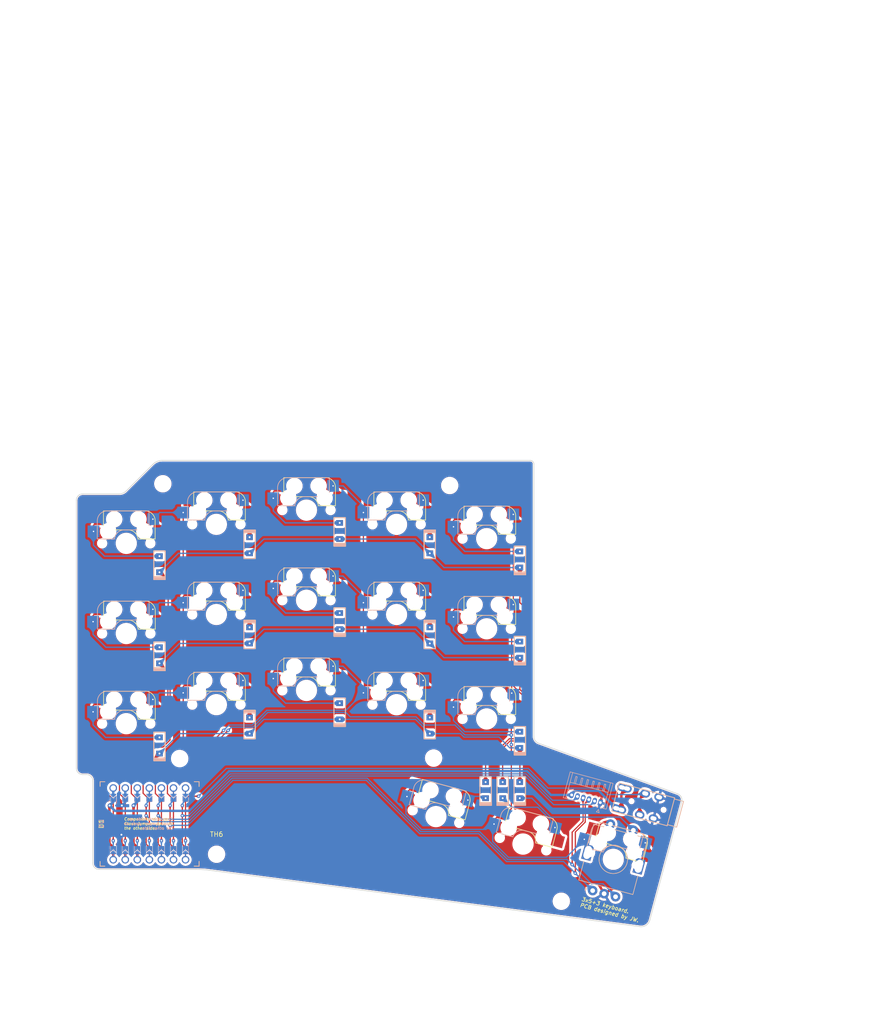
<source format=kicad_pcb>
(kicad_pcb (version 20221018) (generator pcbnew)
  (layers (0 "F.Cu" signal) (31 "B.Cu" signal) (34 "B.Paste" user) (35 "F.Paste" user) (36 "B.SilkS" user "B.Silkscreen") (37 "F.SilkS" user "F.Silkscreen") (38 "B.Mask" user) (39 "F.Mask" user) (44 "Edge.Cuts" user))
  (net 0 "")
  (net 1 "row0")
  (net 2 "row1")
  (net 3 "row2")
  (net 4 "Net-(D1-A)")
  (net 5 "Net-(D3-A)")
  (net 6 "Net-(D5-A)")
  (net 7 "GND")
  (net 8 "col0")
  (net 9 "col1")
  (net 10 "col2")
  (net 11 "DATA")
  (net 12 "Net-(D2-K)")
  (net 13 "Net-(D4-K)")
  (net 14 "Net-(D16-K)")
  (net 15 "MISO")
  (net 16 "sw_row")
  (net 17 "NCS")
  (net 18 "VDD_5V")
  (net 19 "VCC")
  (net 20 "Net-(D12-K)")
  (net 21 "Net-(D13-A)")
  (net 22 "Net-(D15-A)")
  (net 23 "Net-(D11-A)")
  (net 24 "Net-(D14-K)")
  (net 25 "Net-(D6-A)")
  (net 26 "Net-(D7-K)")
  (net 27 "Net-(D8-A)")
  (net 28 "Net-(D9-K)")
  (net 29 "Net-(D10-A)")
  (net 30 "Net-(D17-K)")
  (net 31 "SCLK_ENCA")
  (net 32 "MOSI_ENCB")
  (footprint "jw_custom_footprint:CherryMX_Hotswap" (layer "F.Cu") (at 118.38128 108.408188)
    (fp_text reference "SW12" hide)
    (fp_text value "SW12")
  )
  (footprint "jw_custom_footprint:CherryMX_Hotswap" (layer "F.Cu") (at 118.38128 89.408588)
    (fp_text reference "SW7" hide)
    (fp_text value "SW7")
  )
  (footprint "jw_custom_footprint:RotaryEncoder_Alps_EC11E-Switch_Vertical_H20mm" (layer "F.Cu") (at 202.082166 140.9997 165)
    (fp_text reference "EC1" hide)
    (fp_text value "Rotary_Encoder_Switch")
  )
  (footprint "MountingHole:MountingHole_3.2mm_M3" (layer "F.Cu") (at 167.582107 62.220344)
    (fp_text reference "TH1" hide)
    (fp_text value "HOLE")
  )
  (footprint "jw_custom_footprint:Diode_SOD123_THT_2" (layer "F.Cu") (at 163.38088 93.808388 -90)
    (fp_text reference "D9")
    (fp_text value "Diode")
  )
  (footprint "jw_custom_footprint:Diode_SOD123_THT_2" (layer "F.Cu") (at 182.380578 115.808788 90)
    (fp_text reference "D15")
    (fp_text value "Diode")
  )
  (footprint "jw_custom_footprint:Diode_SOD123_THT_2" (layer "F.Cu") (at 144.38068 71.798228 90)
    (fp_text reference "D3")
    (fp_text value "Diode")
  )
  (footprint "jw_custom_footprint:Diode_SOD123_THT_2" (layer "F.Cu") (at 182.380578 96.808788 90)
    (fp_text reference "D10")
    (fp_text value "Diode")
  )
  (footprint "jw_custom_footprint:CherryMX_Hotswap" (layer "F.Cu") (at 164.679315 131.988933 -15)
    (fp_text reference "SW16" hide)
    (fp_text value "SW16" hide)
  )
  (footprint "jw_custom_footprint:CherryMX_Hotswap" (layer "F.Cu") (at 99.38108 93.407988)
    (fp_text reference "SW6" hide)
    (fp_text value "SW6")
  )
  (footprint "MountingHole:MountingHole_3.2mm_M3" (layer "F.Cu") (at 164.191152 119.658794)
    (fp_text reference "TH4" hide)
    (fp_text value "HOLE")
  )
  (footprint "jw_custom_footprint:Diode_SOD123_THT_2" (layer "F.Cu") (at 182.352152 126.419794 90)
    (fp_text reference "D18")
    (fp_text value "Diode" hide)
  )
  (footprint "MountingHole:MountingHole_3.2mm_M3" (layer "F.Cu") (at 110.647952 119.763194)
    (fp_text reference "TH3" hide)
    (fp_text value "HOLE" hide)
  )
  (footprint "jw_custom_footprint:CherryMX_Hotswap" (layer "F.Cu") (at 183.04129 137.783867 -15)
    (fp_text reference "SW17" hide)
    (fp_text value "SW17" hide)
  )
  (footprint "jw_custom_footprint:CherryMX_Hotswap" (layer "F.Cu") (at 137.38068 105.398388)
    (fp_text reference "SW13" hide)
    (fp_text value "SW13")
  )
  (footprint "MountingHole:MountingHole_3.2mm_M3" (layer "F.Cu") (at 191.115152 149.836794)
    (fp_text reference "TH5" hide)
    (fp_text value "HOLE")
  )
  (footprint "jw_custom_footprint:Diode_SOD123_THT_2" (layer "F.Cu") (at 125.38128 93.808588 -90)
    (fp_text reference "D7")
    (fp_text value "Diode")
  )
  (footprint "jw_custom_footprint:CherryMX_Hotswap" (layer "F.Cu") (at 156.38088 70.408428)
    (fp_text reference "SW4" hide)
    (fp_text value "SW4")
  )
  (footprint "jw_custom_footprint:CherryMX_Hotswap" (layer "F.Cu") (at 118.38128 70.408988)
    (fp_text reference "SW2" hide)
    (fp_text value "SW2" hide)
  )
  (footprint "jw_custom_footprint:Diode_SOD123_THT_2" (layer "F.Cu") (at 175.152152 126.419794 90)
    (fp_text reference "D16")
    (fp_text value "Diode" hide)
  )
  (footprint "jw_custom_footprint:Diode_SOD123_THT_2" (layer "F.Cu") (at 163.38088 74.808428 -90)
    (fp_text reference "D4")
    (fp_text value "Diode")
  )
  (footprint "jw_custom_footprint:CherryMX_Hotswap" (layer "F.Cu") (at 175.380578 73.408988)
    (fp_text reference "SW5" hide)
    (fp_text value "SW5")
  )
  (footprint "jw_custom_footprint:Diode_SOD123_THT_2" (layer "F.Cu") (at 144.38068 109.798388 90)
    (fp_text reference "D13")
    (fp_text value "Diode")
  )
  (footprint "jw_custom_footprint:Diode_SOD123_THT_2" (layer "F.Cu") (at 125.38128 112.808188 -90)
    (fp_text reference "D12")
    (fp_text value "Diode")
  )
  (footprint "jw_custom_footprint:Diode_SOD123_THT_2" (layer "F.Cu") (at 144.38068 90.798188 90)
    (fp_text reference "D8")
    (fp_text value "Diode")
  )
  (footprint "jw_custom_footprint:Diode_SOD123_THT_2" (layer "F.Cu") (at 106.38108 98.007988 90)
    (fp_text reference "D6")
    (fp_text value "Diode")
  )
  (footprint "jw_custom_footprint:CherryMX_Hotswap" (layer "F.Cu") (at 156.38088 108.408788)
    (fp_text reference "SW14" hide)
    (fp_text value "SW14")
  )
  (footprint "jw_custom_footprint:TRRS-PJ-DPB2_mod" (layer "F.Cu") (at 214.229152 130.989994 -105)
    (fp_text reference "J1")
    (fp_text value "4PIN" hide)
  )
  (footprint "jw_custom_footprint:Diode_SOD123_THT_2" (layer "F.Cu") (at 106.38108 78.807588 90)
    (fp_text reference "D1")
    (fp_text value "Diode")
  )
  (footprint "jw_custom_footprint:Diode_SOD123_THT_2" (layer "F.Cu") (at 178.752152 126.419794 90)
    (fp_text reference "D17")
    (fp_text value "Diode" hide)
  )
  (footprint "jw_custom_footprint:CherryMX_Hotswap" (layer "F.Cu") (at 202.082166 140.9997 -15)
    (fp_text reference "SW18" hide)
    (fp_text value "SW18" hide)
  )
  (footprint "jw_custom_footprint:CherryMX_Hotswap" (layer "F.Cu") (at 175.380578 111.408788)
    (fp_text reference "SW15" hide)
    (fp_text value "SW15")
  )
  (footprint "jw_custom_footprint:CherryMX_Hotswap" (layer "F.Cu") (at 156.38088 89.408388)
    (fp_text reference "SW9" hide)
    (fp_text value "SW9")
  )
  (footprint "jw_custom_footprint:Diode_SOD123_THT_2" (layer "F.Cu") (at 163.38088 112.808788 -90)
    (fp_text reference "D14")
    (fp_text value "Diode")
  )
  (footprint "jw_custom_footprint:Diode_SOD123_THT_2" (layer "F.Cu") (at 182.380578 77.808988 90)
    (fp_text reference "D5")
    (fp_text value "Diode")
  )
  (footprint "jw_custom_footprint:Diode_SOD123_THT_2" (layer "F.Cu") (at 106.38108 117.008388 90)
    (fp_text reference "D11")
    (fp_text value "Diode")
  )
  (footprint "MountingHole:MountingHole_3.2mm_M3" (layer "F.Cu") (at 118.420352 139.930794)
    (fp_text reference "TH6")
    (fp_text value "HOLE")
  )
  (footprint "jw_custom_footprint:CherryMX_Hotswap" (layer "F.Cu") (at 175.380578 92.408788)
    (fp_text reference "SW10" hide)
    (fp_text value "SW10")
  )
  (footprint "jw_custom_footprint:CherryMX_Hotswap" (layer "F.Cu") (at 137.38068 67.398228)
    (fp_text reference "SW3" hide)
    (fp_text value "SW3")
  )
  (footprint "MountingHole:MountingHole_3.2mm_M3" (layer "F.Cu") (at 107.091952 61.851194)
    (fp_text reference "TH2" hide)
    (fp_text value "HOLE")
  )
  (footprint "jw_custom_footprint:CherryMX_Hotswap" (layer "F.Cu") (at 137.38068 86.398188)
    (fp_text reference "SW8" hide)
    (fp_text value "SW8")
  )
  (footprint "jw_custom_footprint:Diode_SOD123_THT_2" (layer "F.Cu") (at 125.38128 74.808988 -90)
    (fp_text reference "D2")
    (fp_text value "Diode")
  )
  (footprint "jw_custom_footprint:CherryMX_Hotswap" (layer "F.Cu") (at 99.38108 112.408388)
    (fp_text reference "SW11" hide)
    (fp_text value "SW11")
  )
  (footprint "jw_custom_footprint:CherryMX_Hotswap" (layer "B.Cu") (at 99.38108 74.407588 180)
    (fp_text reference "SW1" hide)
    (fp_text value "SW1" hide)
  )
  (footprint "jw_custom_footprint:Xiao THT jumper pad_flipped" (layer "B.Cu") (at 104.089952 133.539394 -90)
    (fp_text reference "U1")
    (fp_text value "SeeeduinoXIAO")
  )
  (footprint "Connector_Hirose:Hirose_DF13-06P-1.25DS_1x06_P1.25mm_Horizontal" (layer "B.Cu") (at 199.336588 129.051613 165)
    (fp_text reference "J2" hide)
    (fp_text value "Conn_01x06_Female")
  )
  (gr_arc (start 88.854752 65.344394) (mid 89.243402 64.385602) (end 90.200952 63.993828) (stroke (width 0.15)) (layer "Edge.Cuts"))
  (gr_arc (start 105.009152 57.736394) (mid 105.920084 57.13907) (end 106.990352 56.936294) (stroke (width 0.15)) (layer "Edge.Cuts"))
  (gr_line (start 207.675952 155.170794) (end 116.817448 143.283594) (stroke (width 0.15)) (layer "Edge.Cuts"))
  (gr_line (start 184.548947 56.936294) (end 106.990352 56.936294) (stroke (width 0.15)) (layer "Edge.Cuts"))
  (gr_arc (start 215.702352 127.230794) (mid 216.384386 127.845789) (end 216.515152 128.754794) (stroke (width 0.15)) (layer "Edge.Cuts"))
  (gr_line (start 105.009152 57.736394) (end 99.355452 63.379194) (stroke (width 0.15)) (layer "Edge.Cuts"))
  (gr_arc (start 114.125048 143.131194) (mid 115.473952 143.159628) (end 116.817448 143.283594) (stroke (width 0.15)) (layer "Edge.Cuts"))
  (gr_arc (start 90.226352 123.129624) (mid 89.2557 122.755507) (end 88.855791 121.795194) (stroke (width 0.15)) (layer "Edge.Cuts"))
  (gr_line (start 209.784152 153.773794) (end 216.515152 128.754794) (stroke (width 0.15)) (layer "Edge.Cuts"))
  (gr_line (start 90.200952 63.993828) (end 97.831452 63.993828) (stroke (width 0.15)) (layer "Edge.Cuts"))
  (gr_line (start 92.335571 124.515896) (end 92.335571 141.759594) (stroke (width 0.15)) (layer "Edge.Cuts"))
  (gr_arc (start 186.390752 116.562794) (mid 185.610779 115.996067) (end 185.320614 115.076642) (stroke (width 0.15)) (layer "Edge.Cuts"))
  (gr_line (start 114.125048 143.131194) (end 93.680752 143.131194) (stroke (width 0.15)) (layer "Edge.Cuts"))
  (gr_arc (start 184.548947 56.936294) (mid 185.095359 57.145572) (end 185.320614 57.685594) (stroke (width 0.15)) (layer "Edge.Cuts"))
  (gr_line (start 215.702352 127.230794) (end 186.390752 116.562794) (stroke (width 0.15)) (layer "Edge.Cuts"))
  (gr_arc (start 209.784152 153.773794) (mid 209.006487 154.889459) (end 207.675952 155.170794) (stroke (width 0.15)) (layer "Edge.Cuts"))
  (gr_arc (start 99.355452 63.379194) (mid 98.659152 63.849416) (end 97.831452 63.993828) (stroke (width 0.15)) (layer "Edge.Cuts"))
  (gr_line (start 185.320614 57.685594) (end 185.320614 115.076642) (stroke (width 0.15)) (layer "Edge.Cuts"))
  (gr_line (start 88.854752 65.344394) (end 88.855791 121.795194) (stroke (width 0.15)) (layer "Edge.Cuts"))
  (gr_line (start 90.96501 123.129624) (end 90.226352 123.129624) (stroke (width 0.15)) (layer "Edge.Cuts"))
  (gr_arc (start 93.680752 143.131194) (mid 92.708725 142.739062) (end 92.335571 141.759594) (stroke (width 0.15)) (layer "Edge.Cuts"))
  (gr_arc (start 90.96501 123.129624) (mid 91.954591 123.521908) (end 92.335571 124.515896) (stroke (width 0.15)) (layer "Edge.Cuts"))
  (gr_text "Components side up.\nClose jumper-pads on\nthe other side." (at 109.329952 133.479194) (layer "B.SilkS") (effects (font (size 0.6 0.6) (thickness 0.12) bold italic) (justify left mirror)))
  (gr_text "3x5+3 keyboard.\nPCB designed by JW." (at 195.179152 149.963794 -15) (layer "F.SilkS") (effects (font (size 0.8 0.8) (thickness 0.15) bold italic) (justify left)))
  (gr_text "Components side up.\nClose jumper-pads on\nthe other side." (at 98.853524 133.479194) (layer "F.SilkS") (effects (font (size 0.6 0.6) (thickness 0.12) bold italic) (justify left)))
  (segment (start 175.152152 120.587794) (end 175.152152 124.719794) (width 0.25) (layer "F.Cu") (net 1))
  (segment (start 182.380578 86.89862) (end 183.952352 88.470394) (width 0.25) (layer "F.Cu") (net 1))
  (segment (start 108.209552 92.111994) (end 105.009152 95.312394) (width 0.25) (layer "F.Cu") (net 1))
  (segment (start 183.952352 95.633194) (end 182.682352 96.903194) (width 0.25) (layer "F.Cu") (net 1))
  (segment (start 106.38108 80.307588) (end 108.209552 82.13606) (width 0.25) (layer "F.Cu") (net 1))
  (segment (start 182.380578 79.308988) (end 182.380578 86.89862) (width 0.25) (layer "F.Cu") (net 1))
  (segment (start 181.767952 96.903194) (end 181.107552 97.563594) (width 0.25) (layer "F.Cu") (net 1))
  (segment (start 105.252356 116.902394) (end 97.768756 124.385994) (width 0.25) (layer "F.Cu") (net 1))
  (segment (start 180.135152 115.604794) (end 175.152152 120.587794) (width 0.25) (layer "F.Cu") (net 1))
  (segment (start 106.928756 116.902394) (end 105.252356 116.902394) (width 0.25) (layer "F.Cu") (net 1))
  (segment (start 105.009152 95.312394) (end 105.009152 100.443194) (width 0.25) (layer "F.Cu") (net 1))
  (segment (start 183.952352 88.470394) (end 183.952352 95.633194) (width 0.25) (layer "F.Cu") (net 1))
  (segment (start 96.629952 128.611794) (end 96.629952 137.085994) (width 0.25) (layer "F.Cu") (net 1))
  (segment (start 181.107552 97.563594) (end 181.107552 104.572575) (width 0.25) (layer "F.Cu") (net 1))
  (segment (start 182.682352 96.903194) (end 181.767952 96.903194) (width 0.25) (layer "F.Cu") (net 1))
  (segment (start 97.768756 124.385994) (end 95.915952 124.385994) (width 0.25) (layer "F.Cu") (net 1))
  (segment (start 95.915952 124.385994) (end 95.103152 125.198794) (width 0.25) (layer "F.Cu") (net 1))
  (segment (start 183.284752 115.604794) (end 180.135152 115.604794) (width 0.25) (layer "F.Cu") (net 1))
  (segment (start 108.158752 115.672398) (end 106.928756 116.902394) (width 0.25) (layer "F.Cu") (net 1))
  (segment (start 105.009152 100.443194) (end 108.158752 103.592794) (width 0.25) (layer "F.Cu") (net 1))
  (segment (start 184.003152 114.886394) (end 183.284752 115.604794) (width 0.25) (layer "F.Cu") (net 1))
  (segment (start 95.103152 125.198794) (end 95.103152 126.875194) (width 0.25) (layer "F.Cu") (net 1))
  (segment (start 95.103152 126.875194) (end 96.629952 128.401994) (width 0.25) (layer "F.Cu") (net 1))
  (segment (start 184.003152 107.468175) (end 184.003152 114.886394) (width 0.25) (layer "F.Cu") (net 1))
  (segment (start 108.158752 103.592794) (end 108.158752 115.672398) (width 0.25) (layer "F.Cu") (net 1))
  (segment (start 108.209552 82.13606) (end 108.209552 92.111994) (width 0.25) (layer "F.Cu") (net 1))
  (segment (start 181.107552 104.572575) (end 184.003152 107.468175) (width 0.25) (layer "F.Cu") (net 1))
  (via (at 96.629952 137.085994) (size 0.7) (drill 0.3) (layers "F.Cu" "B.Cu") (net 1))
  (segment (start 160.37068 73.498228) (end 144.38068 73.498228) (width 0.25) (layer "B.Cu") (net 1))
  (segment (start 110.37968 76.508988) (end 106.38108 80.507588) (width 0.25) (layer "B.Cu") (net 1))
  (segment (start 125.38128 76.508988) (end 110.37968 76.508988) (width 0.25) (layer "B.Cu") (net 1))
  (segment (start 166.38144 79.508988) (end 163.38088 76.508428) (width 0.25) (layer "B.Cu") (net 1))
  (segment (start 182.380578 79.508988) (end 166.38144 79.508988) (width 0.25) (layer "B.Cu") (net 1))
  (segment (start 128.39204 73.498228) (end 125.38128 76.508988) (width 0.25) (layer "B.Cu") (net 1))
  (segment (start 128.39204 73.498228) (end 144.38068 73.498228) (width 0.25) (layer "B.Cu") (net 1))
  (segment (start 163.38088 76.508428) (end 160.37068 73.498228) (width 0.25) (layer "B.Cu") (net 1))
  (segment (start 96.629952 137.085994) (end 96.629952 138.466994) (width 0.25) (layer "B.Cu") (net 1))
  (segment (start 184.453152 115.07279) (end 183.471148 116.054794) (width 0.25) (layer "F.Cu") (net 2))
  (segment (start 97.950752 124.840394) (end 97.950752 127.179994) (width 0.25) (layer "F.Cu") (net 2))
  (segment (start 184.453152 107.281779) (end 184.453152 115.07279) (width 0.25) (layer "F.Cu") (net 2))
  (segment (start 97.950752 127.179994) (end 99.169952 128.399194) (width 0.25) (layer "F.Cu") (net 2))
  (segment (start 99.169952 128.611794) (end 99.169952 137.085994) (width 0.25) (layer "F.Cu") (net 2))
  (segment (start 107.115152 117.352394) (end 105.438752 117.352394) (width 0.25) (layer "F.Cu") (net 2))
  (segment (start 183.471148 116.054794) (end 180.321548 116.054794) (width 0.25) (layer "F.Cu") (net 2))
  (segment (start 105.438752 117.352394) (end 97.950752 124.840394) (width 0.25) (layer "F.Cu") (net 2))
  (segment (start 182.380578 98.508788) (end 182.380578 105.209205) (width 0.25) (layer "F.Cu") (net 2))
  (segment (start 106.38108 99.707988) (end 108.608752 101.93566) (width 0.25) (layer "F.Cu") (net 2))
  (segment (start 108.608752 115.858794) (end 107.115152 117.352394) (width 0.25) (layer "F.Cu") (net 2))
  (segment (start 180.321548 116.054794) (end 178.752152 117.62419) (width 0.25) (layer "F.Cu") (net 2))
  (segment (start 108.608752 101.93566) (end 108.608752 115.858794) (width 0.25) (layer "F.Cu") (net 2))
  (segment (start 178.752152 117.62419) (end 178.752152 124.719794) (width 0.25) (layer "F.Cu") (net 2))
  (segment (start 182.380578 105.209205) (end 184.453152 107.281779) (width 0.25) (layer "F.Cu") (net 2))
  (via (at 99.169952 137.085994) (size 0.7) (drill 0.3) (layers "F.Cu" "B.Cu") (net 2))
  (segment (start 160.37068 92.498188) (end 144.38068 92.498188) (width 0.25) (layer "B.Cu") (net 2))
  (segment (start 166.38128 98.508788) (end 163.38088 95.508388) (width 0.25) (layer "B.Cu") (net 2))
  (segment (start 99.169952 137.085994) (end 99.169952 138.466994) (width 0.25) (layer "B.Cu") (net 2))
  (segment (start 110.58048 95.508588) (end 106.38108 99.707988) (width 0.25) (layer "B.Cu") (net 2))
  (segment (start 128.39168 92.498188) (end 125.38128 95.508588) (width 0.25) (layer "B.Cu") (net 2))
  (segment (start 182.380578 98.508788) (end 166.38128 98.508788) (width 0.25) (layer "B.Cu") (net 2))
  (segment (start 163.38088 95.508388) (end 160.37068 92.498188) (width 0.25) (layer "B.Cu") (net 2))
  (segment (start 125.38128 95.508588) (end 110.58048 95.508588) (width 0.25) (layer "B.Cu") (net 2))
  (segment (start 144.38068 92.498188) (end 128.39168 92.498188) (width 0.25) (layer "B.Cu") (net 2))
  (segment (start 101.709952 128.399194) (end 100.439952 127.129194) (width 0.25) (layer "F.Cu") (net 3))
  (segment (start 101.709952 128.611794) (end 101.709952 137.085994) (width 0.25) (layer "F.Cu") (net 3))
  (segment (start 100.439952 127.129194) (end 100.439952 124.649516) (width 0.25) (layer "F.Cu") (net 3))
  (segment (start 182.380578 117.508788) (end 182.380578 124.691368) (width 0.25) (layer "F.Cu") (net 3))
  (segment (start 100.439952 124.649516) (end 106.38108 118.708388) (width 0.25) (layer "F.Cu") (net 3))
  (via (at 101.709952 137.085994) (size 0.7) (drill 0.3) (layers "F.Cu" "B.Cu") (net 3))
  (segment (start 177.974646 115.233288) (end 170.580454 115.233288) (width 0.25) (layer "B.Cu") (net 3))
  (segment (start 128.39108 111.498388) (end 125.38128 114.508188) (width 0.25) (layer "B.Cu") (net 3))
  (segment (start 180.250146 117.508788) (end 177.974646 115.233288) (width 0.25) (layer "B.Cu") (net 3))
  (segment (start 101.709952 137.085994) (end 101.709952 138.466994) (width 0.25) (layer "B.Cu") (net 3))
  (segment (start 169.855954 114.508788) (end 163.38088 114.508788) (width 0.25) (layer "B.Cu") (net 3))
  (segment (start 144.38068 111.498388) (end 128.39108 111.498388) (width 0.25) (layer "B.Cu") (net 3))
  (segment (start 170.580454 115.233288) (end 169.855954 114.508788) (width 0.25) (layer "B.Cu") (net 3))
  (segment (start 160.37048 111.498388) (end 144.38068 111.498388) (width 0.25) (layer "B.Cu") (net 3))
  (segment (start 182.380578 117.508788) (end 180.250146 117.508788) (width 0.25) (layer "B.Cu") (net 3))
  (segment (start 163.38088 114.508788) (end 160.37048 111.498388) (width 0.25) (layer "B.Cu") (net 3))
  (segment (start 110.58128 114.508188) (end 106.38108 118.708388) (width 0.25) (layer "B.Cu") (net 3))
  (segment (start 125.38128 114.508188) (end 110.58128 114.508188) (width 0.25) (layer "B.Cu") (net 3))
  (segment (start 92.471684 70.606984) (end 92.471684 71.892991) (width 0.25) (layer "F.Cu") (net 4))
  (segment (start 93.77048 69.308188) (end 92.471684 70.606984) (width 0.25) (layer "F.Cu") (net 4))
  (via (at 92.471684 71.892991) (size 0.7) (drill 0.3) (layers "F.Cu" "B.Cu") (net 4))
  (segment (start 92.471684 74.799326) (end 92.471684 71.892991) (width 0.25) (layer "B.Cu") (net 4))
  (segment (start 94.779946 77.107588) (end 92.471684 74.799326) (width 0.25) (layer "B.Cu") (net 4))
  (segment (start 106.38108 77.107588) (end 94.779946 77.107588) (width 0.25) (layer "B.Cu") (net 4))
  (segment (start 130.38298 63.613628) (end 130.38298 64.909028) (width 0.25) (layer "F.Cu") (net 5))
  (segment (start 131.70378 62.292828) (end 130.38298 63.613628) (width 0.25) (layer "F.Cu") (net 5))
  (via (at 130.38298 64.909028) (size 0.7) (drill 0.3) (layers "F.Cu" "B.Cu") (net 5))
  (segment (start 130.38298 64.909028) (end 130.38298 67.565422) (width 0.25) (layer "B.Cu") (net 5))
  (segment (start 130.38298 67.565422) (end 132.915786 70.098228) (width 0.25) (layer "B.Cu") (net 5))
  (segment (start 132.915786 70.098228) (end 144.38068 70.098228) (width 0.25) (layer "B.Cu") (net 5))
  (segment (start 168.382878 69.624388) (end 168.382878 70.919788) (width 0.25) (layer "F.Cu") (net 6))
  (segment (start 169.703678 68.303588) (end 168.382878 69.624388) (width 0.25) (layer "F.Cu") (net 6))
  (via (at 168.382878 70.919788) (size 0.7) (drill 0.3) (layers "F.Cu" "B.Cu") (net 6))
  (segment (start 182.380578 76.108988) (end 170.769156 76.108988) (width 0.25) (layer "B.Cu") (net 6))
  (segment (start 170.769156 76.108988) (end 168.382878 73.72271) (width 0.25) (layer "B.Cu") (net 6))
  (segment (start 168.382878 73.72271) (end 168.382878 70.919788) (width 0.25) (layer "B.Cu") (net 6))
  (segment (start 98.369952 129.744694) (end 98.445452 129.669194) (width 0.5) (layer "F.Cu") (net 7))
  (segment (start 99.169952 138.466994) (end 98.369952 137.666994) (width 0.5) (layer "F.Cu") (net 7))
  (segment (start 98.369952 137.666994) (end 98.369952 129.744694) (width 0.5) (layer "F.Cu") (net 7))
  (via (at 98.357152 135.815994) (size 0.8) (drill 0.4) (layers "F.Cu" "B.Cu") (net 7))
  (via (at 98.445452 129.669194) (size 0.8) (drill 0.4) (layers "F.Cu" "B.Cu") (net 7))
  (segment (start 98.445452 129.669194) (end 99.169952 128.944694) (width 0.5) (layer "B.Cu") (net 7))
  (segment (start 99.169952 128.944694) (end 99.169952 128.611794) (width 0.5) (layer "B.Cu") (net 7))
  (segment (start 111.38358 101.981988) (end 112.70438 103.302788) (width 0.25) (layer "F.Cu") (net 8))
  (segment (start 111.38358 67.919788) (end 111.38358 82.982388) (width 0.25) (layer "F.Cu") (net 8))
  (segment (start 106.290476 71.892991) (end 106.290476 70.606984) (width 0.25) (layer "F.Cu") (net 8))
  (segment (start 112.70438 103.302788) (end 111.38358 104.623588) (width 0.25) (layer "F.Cu") (net 8))
  (segment (start 112.70438 65.303588) (end 112.70438 66.598988) (width 0.25) (layer "F.Cu") (net 8))
  (segment (start 106.290476 70.606984) (end 104.99168 69.308188) (width 0.25) (layer "F.Cu") (net 8))
  (segment (start 111.38358 86.919388) (end 111.38358 101.981988) (width 0.25) (layer "F.Cu") (net 8))
  (segment (start 112.70438 84.303188) (end 111.38358 85.623988) (width 0.25) (layer "F.Cu") (net 8))
  (segment (start 104.249952 128.611794) (end 104.249952 137.085994) (width 0.25) (layer "F.Cu") (net 8))
  (segment (start 106.290476 109.893791) (end 106.290476 108.607784) (width 0.25) (layer "F.Cu") (net 8))
  (segment (start 111.38358 85.623988) (end 111.38358 86.919388) (width 0.25) (layer "F.Cu") (net 8))
  (segment (start 102.929152 127.078394) (end 102.929152 124.179994) (width 0.25) (layer "F.Cu") (net 8))
  (segment (start 111.38358 104.623588) (end 111.38358 105.918988) (width 0.25) (layer "F.Cu") (net 8))
  (segment (start 106.290476 108.607784) (end 104.99168 107.308988) (width 0.25) (layer "F.Cu") (net 8))
  (segment (start 112.70438 66.598988) (end 111.38358 67.919788) (width 0.25) (layer "F.Cu") (net 8))
  (segment (start 106.290476 90.893391) (end 106.290476 89.607384) (width 0.25) (layer "F.Cu") (net 8))
  (segment (start 106.290476 89.607384) (end 104.99168 88.308588) (width 0.25) (layer "F.Cu") (net 8))
  (segment (start 111.38358 115.725566) (end 111.38358 105.918988) (width 0.25) (layer "F.Cu") (net 8))
  (segment (start 104.249952 128.399194) (end 102.929152 127.078394) (width 0.25) (layer "F.Cu") (net 8))
  (segment (start 111.38358 82.982388) (end 112.70438 84.303188) (width 0.25) (layer "F.Cu") (net 8))
  (segment (start 102.929152 124.179994) (end 111.38358 115.725566) (width 0.25) (layer "F.Cu") (net 8))
  (via (at 104.99168 107.308988) (size 0.7) (drill 0.3) (layers "F.Cu" "B.Cu") (net 8))
  (via (at 111.38358 105.918988) (size 0.7) (drill 0.3) (layers "F.Cu" "B.Cu") (net 8))
  (via (at 104.99168 69.308188) (size 0.7) (drill 0.3) (layers "F.Cu" "B.Cu") (net 8))
  (via (at 111.38358 67.919788) (size 0.7) (drill 0.3) (layers "F.Cu" "B.Cu") (net 8))
  (via (at 104.99168 88.308588) (size 0.7) (drill 0.3) (layers "F.Cu" "B.Cu") (net 8))
  (via (at 111.38358 86.919388) (size 0.7) (drill 0.3) (layers "F.Cu" "B.Cu") (net 8))
  (via (at 104.249952 137.085994) (size 0.7) (drill 0.3) (layers "F.Cu" "B.Cu") (net 8))
  (segment (start 106.38088 86.919388) (end 104.99168 88.308588) (width 0.25) (layer "B.Cu") (net 8))
  (segment (start 111.38358 86.919388) (end 106.38088 86.919388) (width 0.25) (layer "B.Cu") (net 8))
  (segment (start 104.249952 137.085994) (end 104.249952 138.466994) (width 0.25) (layer "B.Cu") (net 8))
  (segment (start 111.38358 105.918988) (end 106.38168 105.918988) (width 0.25) (layer "B.Cu") (net 8))
  (segment (start 106.38168 105.918988) (end 104.99168 107.308988) (width 0.25) (layer "B.Cu") (net 8))
  (segment (start 111.38358 67.919788) (end 106.44038 67.919788) (width 0.25) (layer "B.Cu") (net 8))
  (segment (start 106.44038 67.919788) (end 105.05798 69.302188) (width 0.25) (layer "B.Cu") (net 8))
  (segment (start 150.70398 103.303388) (end 149.38318 104.624188) (width 0.25) (layer "F.Cu") (net 9))
  (segment (start 149.38318 86.919188) (end 149.38318 101.982588) (width 0.25) (layer "F.Cu") (net 9))
  (segment (start 149.38318 82.982188) (end 150.70398 84.302988) (width 0.25) (layer "F.Cu") (net 9))
  (segment (start 149.38318 66.623828) (end 149.38318 67.919228) (width 0.25) (layer "F.Cu") (net 9))
  (segment (start 149.38318 85.623788) (end 149.38318 86.919188) (width 0.25) (layer "F.Cu") (net 9))
  (segment (start 105.517152 125.097194) (end 105.517152 127.126394) (width 0.25) (layer "F.Cu") (net 9))
  (segment (start 144.290076 101.597784) (end 142.99128 100.298988) (width 0.25) (layer "F.Cu") (net 9))
  (segment (start 144.290076 102.883791) (end 144.290076 101.597784) (width 0.25) (layer "F.Cu") (net 9))
  (segment (start 119.893552 113.833688) (end 109.994446 123.732794) (width 0.25) (layer "F.Cu") (net 9))
  (segment (start 144.290076 63.597624) (end 142.99128 62.298828) (width 0.25) (layer "F.Cu") (net 9))
  (segment (start 144.290076 64.883631) (end 144.290076 63.597624) (width 0.25) (layer "F.Cu") (net 9))
  (segment (start 106.881552 123.732794) (end 105.517152 125.097194) (width 0.25) (layer "F.Cu") (net 9))
  (segment (start 149.38318 101.982588) (end 150.70398 103.303388) (width 0.25) (layer "F.Cu") (net 9))
  (segment (start 109.994446 123.732794) (end 106.881552 123.732794) (width 0.25) (layer "F.Cu") (net 9))
  (segment (start 149.38318 67.919228) (end 149.38318 82.982188) (width 0.25) (layer "F.Cu") (net 9))
  (segment (start 144.290076 83.883591) (end 144.290076 82.597584) (width 0.25) (layer "F.Cu") (net 9))
  (segment (start 150.70398 84.302988) (end 149.38318 85.623788) (width 0.25) (layer "F.Cu") (net 9))
  (segment (start 150.70398 65.303028) (end 149.38318 66.623828) (width 0.25) (layer "F.Cu") (net 9))
  (segment (start 149.38318 104.624188) (end 149.38318 105.919588) (width 0.25) (layer "F.Cu") (net 9))
  (segment (start 105.517152 127.126394) (end 106.789952 128.399194) (width 0.25) (layer "F.Cu") (net 9))
  (segment (start 106.789952 128.611794) (end 106.789952 137.085994) (width 0.25) (layer "F.Cu") (net 9))
  (segment (start 144.290076 82.597584) (end 142.99128 81.298788) (width 0.25) (layer "F.Cu") (net 9))
  (via (at 142.99128 81.298788) (size 0.7) (drill 0.3) (layers "F.Cu" "B.Cu") (net 9))
  (via (at 119.893552 113.833688) (size 0.7) (drill 0.3) (layers "F.Cu" "B.Cu") (net 9))
  (via (at 149.38318 86.919188) (size 0.7) (drill 0.3) (layers "F.Cu" "B.Cu") (net 9))
  (via (at 149.38318 67.919228) (size 0.7) (drill 0.3) (layers "F.Cu" "B.Cu") (net 9))
  (via (at 106.789952 137.085994) (size 0.7) (drill 0.3) (layers "F.Cu" "B.Cu") (net 9))
  (via (at 142.99128 100.298988) (size 0.7) (drill 0.3) (layers "F.Cu" "B.Cu") (net 9))
  (via (at 149.38318 105.919588) (size 0.7) (drill 0.3) (layers "F.Cu" "B.Cu") (net 9))
  (via (at 142.99128 62.298828) (size 0.7) (drill 0.3) (layers "F.Cu" "B.Cu") (net 9))
  (segment (start 129.013482 109.603194) (end 145.699574 109.603194) (width 0.25) (layer "B.Cu") (net 9))
  (segment (start 149.38318 85.600422) (end 145.081546 81.298788) (width 0.25) (layer "B.Cu") (net 9))
  (segment (start 145.699574 109.603194) (end 149.38318 105.919588) (width 0.25) (layer "B.Cu") (net 9))
  (segment (start 149.38318 104.599622) (end 145.082546 100.298988) (width 0.25) (layer "B.Cu") (net 9))
  (segment (start 149.38318 86.919188) (end 149.38318 85.600422) (width 0.25) (layer "B.Cu") (net 9))
  (segment (start 149.38318 105.919588) (end 149.38318 104.599622) (width 0.25) (layer "B.Cu") (net 9))
  (segment (start 142.99128 62.298828) (end 145.131586 62.298828) (width 0.25) (layer "B.Cu") (net 9))
  (segment (start 149.38318 66.550422) (end 149.38318 67.919228) (width 0.25) (layer "B.Cu") (net 9))
  (segment (start 145.082546 100.298988) (end 142.99128 100.298988) (width 0.25) (layer "B.Cu") (net 9))
  (segment (start 106.789952 137.085994) (end 106.789952 138.466994) (width 0.25) (layer "B.Cu") (net 9))
  (segment (start 121.025246 112.701994) (end 125.914682 112.701994) (width 0.25) (layer "B.Cu") (net 9))
  (segment (start 125.914682 112.701994) (end 129.013482 109.603194) (width 0.25) (layer "B.Cu") (net 9))
  (segment (start 119.893552 113.833688) (end 121.025246 112.701994) (width 0.25) (layer "B.Cu") (net 9))
  (segment (start 145.081546 81.298788) (end 142.99128 81.298788) (width 0.25) (layer "B.Cu") (net 9))
  (segment (start 145.131586 62.298828) (end 149.38318 66.550422) (width 0.25) (layer "B.Cu") (net 9))
  (segment (start 176.926283 132.732863) (end 176.926283 133.568346) (width 0.25) (layer "F.Cu") (net 10))
  (segment (start 182.289974 70.894391) (end 182.289974 74.054572) (width 0.25) (layer "F.Cu") (net 10))
  (segment (start 109.073152 124.182794) (end 108.059952 125.195994) (width 0.25) (layer "F.Cu") (net 10))
  (segment (start 178.276007 131.383139) (end 176.926283 132.732863) (width 0.25) (layer "F.Cu") (net 10))
  (segment (start 182.289974 92.723572) (end 182.289974 89.894191) (width 0.25) (layer "F.Cu") (net 10))
  (segment (start 180.657552 105.975762) (end 180.657552 94.355994) (width 0.25) (layer "F.Cu") (net 10))
  (segment (start 195.967159 135.942387) (end 195.967159 136.784179) (width 0.25) (layer "F.Cu") (net 10))
  (segment (start 182.289974 74.054572) (end 180.991178 75.353368) (width 0.25) (layer "F.Cu") (net 10))
  (segment (start 109.329952 128.611794) (end 109.329952 137.085994) (width 0.25) (layer "F.Cu") (net 10))
  (segment (start 180.574152 114.783288) (end 180.574152 113.514794) (width 0.25) (layer "F.Cu") (net 10))
  (segment (start 180.574152 130.354994) (end 179.546007 131.383139) (width 0.25) (layer "F.Cu") (net 10))
  (segment (start 182.289974 88.608184) (end 180.991178 87.309388) (width 0.25) (layer "F.Cu") (net 10))
  (segment (start 182.289974 89.894191) (end 182.289974 88.608184) (width 0.25) (layer "F.Cu") (net 10))
  (segment (start 159.839341 125.588205) (end 158.564308 126.863238) (width 0.25) (layer "F.Cu") (net 10))
  (segment (start 108.059952 127.131994) (end 109.329952 128.401994) (width 0.25) (layer "F.Cu") (net 10))
  (segment (start 182.289974 111.798972) (end 182.289974 108.894191) (width 0.25) (layer "F.Cu") (net 10))
  (segment (start 182.289974 70.894391) (end 182.289974 69.608384) (width 0.25) (layer "F.Cu") (net 10))
  (segment (start 120.847016 113.834113) (end 110.498335 124.182794) (width 0.25) (layer "F.Cu") (net 10))
  (segment (start 180.574152 113.514794) (end 182.289974 111.798972) (width 0.25) (layer "F.Cu") (net 10))
  (segment (start 110.498335 124.182794) (end 109.073152 124.182794) (width 0.25) (layer "F.Cu") (net 10))
  (segment (start 199.675552 133.377594) (end 201.265507 133.377594) (width 0.25) (layer "F.Cu") (net 10))
  (segment (start 180.657552 105.975762) (end 182.289974 107.608184) (width 0.25) (layer "F.Cu") (net 10))
  (segment (start 180.991178 75.353368) (end 180.991178 87.309388) (width 0.25) (layer "F.Cu") (net 10))
  (segment (start 158.564308 126.863238) (end 158.564308 127.773412) (width 0.25) (layer "F.Cu") (net 10))
  (segment (start 108.059952 125.195994) (end 108.059952 127.131994) (width 0.25) (layer "F.Cu") (net 10))
  (segment (start 197.310574 134.598972) (end 195.967159 135.942387) (width 0.25) (layer "F.Cu") (net 10))
  (segment (start 182.289974 69.608384) (end 180.991178 68.309588) (width 0.25) (layer "F.Cu") (net 10))
  (segment (start 180.574152 116.834288) (end 180.574152 130.354994) (width 0.25) (layer "F.Cu") (net 10))
  (segment (start 180.657552 94.355994) (end 182.289974 92.723572) (width 0.25) (layer "F.Cu") (net 10))
  (segment (start 198.493368 134.559778) (end 199.675552 133.377594) (width 0.25) (layer "F.Cu") (net 10))
  (segment (start 182.289974 107.608184) (end 182.289974 108.894191) (width 0.25) (layer "F.Cu") (net 10))
  (via (at 180.657552 105.975762) (size 0.7) (drill 0.3) (layers "F.Cu" "B.Cu") (net 10))
  (via (at 180.574152 116.834288) (size 0.7) (drill 0.3) (layers "F.Cu" "B.Cu") (net 10))
  (via (at 158.564308 127.773412) (size 0.7) (drill 0.3) (layers "F.Cu" "B.Cu") (net 10))
  (via (at 109.329952 137.085994) (size 0.7) (drill 0.3) (layers "F.Cu" "B.Cu") (net 10))
  (via (at 180.991178 68.309588) (size 0.7) (drill 0.3) (layers "F.Cu" "B.Cu") (net 10))
  (via (at 176.926283 133.568346) (size 0.7) (drill 0.3) (layers "F.Cu" "B.Cu") (net 10))
  (via (at 180.991178 87.309388) (size 0.7) (drill 0.3) (layers "F.Cu" "B.Cu") (net 10))
  (via (at 120.847016 113.834113) (size 0.7) (drill 0.3) (layers "F.Cu" "B.Cu") (net 10))
  (via (at 195.967159 136.784179) (size 0.7) (drill 0.3) (layers "F.Cu" "B.Cu") (net 10))
  (via (at 180.574152 114.783288) (size 0.7) (drill 0.3) (layers "F.Cu" "B.Cu") (net 10))
  (segment (start 129.199878 110.053194) (end 145.692752 110.053194) (width 0.25) (layer "B.Cu") (net 10))
  (segment (start 192.185544 140.565794) (end 179.939152 140.565794) (width 0.25) (layer "B.Cu") (net 10))
  (segment (start 179.939152 140.565794) (end 176.637152 137.263794) (width 0.25) (layer "B.Cu") (net 10))
  (segment (start 176.637152 137.263794) (end 176.637152 133.857477) (width 0.25) (layer "B.Cu") (net 10))
  (segment (start 168.685556 112.701994) (end 170.76685 114.783288) (width 0.25) (layer "B.Cu") (net 10))
  (segment (start 175.226094 134.698394) (end 161.625752 134.698394) (width 0.25) (layer "B.Cu") (net 10))
  (segment (start 126.101078 113.151994) (end 129.199878 110.053194) (width 0.25) (layer "B.Cu") (net 10))
  (segment (start 109.329952 137.085994) (end 109.329952 138.466994) (width 0.25) (layer "B.Cu") (net 10))
  (segment (start 161.625752 134.698394) (end 158.349152 131.421794) (width 0.25) (layer "B.Cu") (net 10))
  (segment (start 160.483282 110.974794) (end 162.210482 112.701994) (width 0.25) (layer "B.Cu") (net 10))
  (segment (start 158.349152 131.421794) (end 158.349152 127.988568) (width 0.25) (layer "B.Cu") (net 10))
  (segment (start 121.529135 113.151994) (end 126.101078 113.151994) (width 0.25) (layer "B.Cu") (net 10))
  (segment (start 170.76685 114.783288) (end 180.574152 114.783288) (width 0.25) (layer "B.Cu") (net 10))
  (segment (start 146.614352 110.974794) (end 160.483282 110.974794) (width 0.25) (layer "B.Cu") (net 10))
  (segment (start 195.967159 136.784179) (end 192.185544 140.565794) (width 0.25) (layer "B.Cu") (net 10))
  (segment (start 180.574152 114.783288) (end 180.574152 116.834288) (width 0.25) (layer "B.Cu") (net 10))
  (segment (start 162.210482 112.701994) (end 168.685556 112.701994) (width 0.25) (layer "B.Cu") (net 10))
  (segment (start 145.692752 110.053194) (end 146.614352 110.974794) (width 0.25) (layer "B.Cu") (net 10))
  (segment (start 176.356142 133.568346) (end 175.226094 134.698394) (width 0.25) (layer "B.Cu") (net 10))
  (segment (start 120.847016 113.834113) (end 121.529135 113.151994) (width 0.25) (layer "B.Cu") (net 10))
  (segment (start 207.645128 128.308546) (end 208.824142 127.129532) (width 0.25) (layer "F.Cu") (net 11))
  (segment (start 112.560884 127.708262) (end 111.869952 128.399194) (width 0.25) (layer "F.Cu") (net 11))
  (segment (start 114.63062 127.708262) (end 112.560884 127.708262) (width 0.25) (layer "F.Cu") (net 11))
  (segment (start 111.869952 128.611794) (end 111.869952 137.085994) (width 0.25) (layer "F.Cu") (net 11))
  (segment (start 207.645128 131.606945) (end 207.645128 128.308546) (width 0.25) (layer "F.Cu") (net 11))
  (via (at 111.869952 137.085994) (size 0.7) (drill 0.3) (layers "F.Cu" "B.Cu") (net 11))
  (via (at 114.63062 127.708262) (size 0.7) (drill 0.3) (layers "F.Cu" "B.Cu") (net 11))
  (segment (start 120.492888 121.845994) (end 184.156296 121.845994) (width 0.25) (layer "B.Cu") (net 11))
  (segment (start 200.889652 127.353294) (end 208.60038 127.353294) (width 0.25) (layer "B.Cu") (net 11))
  (segment (start 188.305696 125.995394) (end 199.531752 125.995394) (width 0.25) (layer "B.Cu") (net 11))
  (segment (start 114.63062 127.708262) (end 120.492888 121.845994) (width 0.25) (layer "B.Cu") (net 11))
  (segment (start 199.531752 125.995394) (end 200.889652 127.353294) (width 0.25) (layer "B.Cu") (net 11))
  (segment (start 184.156296 121.845994) (end 188.305696 125.995394) (width 0.25) (layer "B.Cu") (net 11))
  (segment (start 111.869952 137.085994) (end 111.869952 138.466994) (width 0.25) (layer "B.Cu") (net 11))
  (segment (start 125.38128 73.108988) (end 125.38128 67.984995) (width 0.25) (layer "F.Cu") (net 12))
  (segment (start 125.290676 67.894391) (end 125.290676 66.608384) (width 0.25) (layer "F.Cu") (net 12))
  (segment (start 125.290676 66.608384) (end 123.99188 65.309588) (width 0.25) (layer "F.Cu") (net 12))
  (via (at 123.99188 65.309588) (size 0.7) (drill 0.3) (layers "F.Cu" "B.Cu") (net 12))
  (segment (start 163.38088 73.108428) (end 163.38088 67.984435) (width 0.25) (layer "F.Cu") (net 13))
  (segment (start 163.290276 66.607824) (end 161.99148 65.309028) (width 0.25) (layer "F.Cu") (net 13))
  (segment (start 163.290276 67.893831) (end 163.290276 66.607824) (width 0.25) (layer "F.Cu") (net 13))
  (via (at 161.99148 65.309028) (size 0.7) (drill 0.3) (layers "F.Cu" "B.Cu") (net 13))
  (segment (start 172.004105 129.100966) (end 171.41856 128.515421) (width 0.25) (layer "F.Cu") (net 14))
  (segment (start 172.004105 131.348302) (end 172.004105 129.100966) (width 0.25) (layer "F.Cu") (net 14))
  (via (at 171.41856 128.515421) (size 0.7) (drill 0.3) (layers "F.Cu" "B.Cu") (net 14))
  (segment (start 172.195187 127.738794) (end 174.771152 127.738794) (width 0.25) (layer "B.Cu") (net 14))
  (segment (start 106.115452 131.802794) (end 106.115452 137.792494) (width 0.25) (layer "F.Cu") (net 15))
  (segment (start 106.115452 131.802794) (end 106.115452 129.669194) (width 0.25) (layer "F.Cu") (net 15))
  (segment (start 106.115452 137.792494) (end 106.789952 138.466994) (width 0.25) (layer "F.Cu") (net 15))
  (via (at 106.115452 131.802794) (size 0.7) (drill 0.3) (layers "F.Cu" "B.Cu") (net 15))
  (via (at 106.115452 129.669194) (size 0.7) (drill 0.3) (layers "F.Cu" "B.Cu") (net 15))
  (segment (start 106.115452 129.669194) (end 106.115452 129.286294) (width 0.25) (layer "B.Cu") (net 15))
  (segment (start 112.35432 132.564794) (end 121.47312 123.445994) (width 0.25) (layer "B.Cu") (net 15))
  (segment (start 106.115452 131.802794) (end 106.877452 132.564794) (width 0.25) (layer "B.Cu") (net 15))
  (segment (start 106.115452 129.286294) (end 106.789952 128.611794) (width 0.25) (layer "B.Cu") (net 15))
  (segment (start 197.379547 129.477723) (end 198.129181 128.728089) (width 0.25) (layer "B.Cu") (net 15))
  (segment (start 121.47312 123.445994) (end 183.469552 123.445994) (width 0.25) (layer "B.Cu") (net 15))
  (segment (start 183.469552 123.445994) (end 189.501281 129.477723) (width 0.25) (layer "B.Cu") (net 15))
  (segment (start 189.501281 129.477723) (end 197.379547 129.477723) (width 0.25) (layer "B.Cu") (net 15))
  (segment (start 106.877452 132.564794) (end 112.35432 132.564794) (width 0.25) (layer "B.Cu") (net 15))
  (segment (start 209.406956 140.359069) (end 209.406956 138.111733) (width 0.25) (layer "F.Cu") (net 16))
  (segment (start 207.532625 134.885267) (end 206.308714 134.885267) (width 0.25) (layer "F.Cu") (net 16))
  (segment (start 208.821411 137.526188) (end 208.821411 136.174053) (width 0.25) (layer "F.Cu") (net 16))
  (segment (start 208.821411 136.174053) (end 207.532625 134.885267) (width 0.25) (layer "F.Cu") (net 16))
  (segment (start 209.406956 138.111733) (end 208.821411 137.526188) (width 0.25) (layer "F.Cu") (net 16))
  (via (at 208.821411 137.526188) (size 0.7) (drill 0.3) (layers "F.Cu" "B.Cu") (net 16))
  (segment (start 203.531041 132.107594) (end 206.308714 134.885267) (width 0.25) (layer "B.Cu") (net 16))
  (segment (start 184.893548 128.119794) (end 188.881348 132.107594) (width 0.25) (layer "B.Cu") (net 16))
  (segment (start 182.352152 128.119794) (end 184.893548 128.119794) (width 0.25) (layer "B.Cu") (net 16))
  (segment (start 188.881348 132.107594) (end 203.531041 132.107594) (width 0.25) (layer "B.Cu") (net 16))
  (segment (start 111.869952 138.466994) (end 111.195452 137.792494) (width 0.25) (layer "F.Cu") (net 17))
  (segment (start 111.195452 137.792494) (end 111.195452 129.669194) (width 0.25) (layer "F.Cu") (net 17))
  (via (at 111.195452 131.802794) (size 0.7) (drill 0.3) (layers "F.Cu" "B.Cu") (net 17))
  (via (at 111.195452 129.669194) (size 0.7) (drill 0.3) (layers "F.Cu" "B.Cu") (net 17))
  (segment (start 183.679952 122.995994) (end 189.235552 128.551594) (width 0.25) (layer "B.Cu") (net 17))
  (segment (start 111.195452 129.669194) (end 111.195452 129.286294) (width 0.25) (layer "B.Cu") (net 17))
  (segment (start 189.235552 128.551594) (end 193.712883 128.551594) (width 0.25) (layer "B.Cu") (net 17))
  (segment (start 193.712883 128.551594) (end 194.506959 127.757518) (width 0.25) (layer "B.Cu") (net 17))
  (segment (start 111.195452 129.286294) (end 111.869952 128.611794) (width 0.25) (layer "B.Cu") (net 17))
  (segment (start 111.195452 131.802794) (end 112.479924 131.802794) (width 0.25) (layer "B.Cu") (net 17))
  (segment (start 112.479924 131.802794) (end 121.286724 122.995994) (width 0.25) (layer "B.Cu") (net 17))
  (segment (start 121.286724 122.995994) (end 183.679952 122.995994) (width 0.25) (layer "B.Cu") (net 17))
  (segment (start 96.629952 138.466994) (end 95.829952 137.666994) (width 0.5) (layer "F.Cu") (net 18))
  (segment (start 203.781425 127.273269) (end 204.960438 126.094256) (width 0.5) (layer "F.Cu") (net 18))
  (segment (start 95.829952 137.666994) (end 95.829952 129.707194) (width 0.5) (layer "F.Cu") (net 18))
  (segment (start 95.829952 129.707194) (end 95.867952 129.669194) (width 0.5) (layer "F.Cu") (net 18))
  (segment (start 203.781425 130.571669) (end 203.781425 127.273269) (width 0.5) (layer "F.Cu") (net 18))
  (via (at 95.867952 129.669194) (size 0.8) (drill 0.4) (layers "F.Cu" "B.Cu") (net 18))
  (segment (start 183.918124 122.420994) (end 188.931124 127.433994) (width 0.5) (layer "B.Cu") (net 18))
  (segment (start 121.048552 122.420994) (end 183.918124 122.420994) (width 0.5) (layer "B.Cu") (net 18))
  (segment (start 96.629952 128.907194) (end 96.629952 128.611794) (width 0.5) (layer "B.Cu") (net 18))
  (segment (start 95.867952 129.669194) (end 96.629952 128.907194) (width 0.5) (layer "B.Cu") (net 18))
  (segment (start 96.985552 130.786794) (end 112.682752 130.786794) (width 0.5) (layer "B.Cu") (net 18))
  (segment (start 188.931124 127.433994) (end 193.299552 127.433994) (width 0.5) (layer "B.Cu") (net 18))
  (segment (start 112.682752 130.786794) (end 121.048552 122.420994) (width 0.5) (layer "B.Cu") (net 18))
  (segment (start 95.867952 129.669194) (end 96.985552 130.786794) (width 0.5) (layer "B.Cu") (net 18))
  (segment (start 199.024932 126.570394) (end 202.707352 130.252814) (width 0.5) (layer "B.Cu") (net 18))
  (segment (start 193.959952 126.570394) (end 199.024932 126.570394) (width 0.5) (layer "B.Cu") (net 18))
  (segment (start 193.299552 127.230794) (end 193.959952 126.570394) (width 0.5) (layer "B.Cu") (net 18))
  (segment (start 101.709952 138.466994) (end 100.909952 137.666994) (width 0.5) (layer "F.Cu") (net 19))
  (segment (start 100.909952 137.666994) (end 100.909952 129.681994) (width 0.5) (layer "F.Cu") (net 19))
  (segment (start 100.909952 129.681994) (end 100.897152 129.669194) (width 0.5) (layer "F.Cu") (net 19))
  (via (at 100.897152 129.669194) (size 0.8) (drill 0.4) (layers "F.Cu" "B.Cu") (net 19))
  (segment (start 100.897152 129.669194) (end 101.709952 128.856394) (width 0.5) (layer "B.Cu") (net 19))
  (segment (start 101.709952 128.856394) (end 101.709952 128.611794) (width 0.5) (layer "B.Cu") (net 19))
  (segment (start 125.290676 104.607584) (end 123.99188 103.308788) (width 0.25) (layer "F.Cu") (net 20))
  (segment (start 125.290676 105.893591) (end 125.290676 104.607584) (width 0.25) (layer "F.Cu") (net 20))
  (segment (start 125.38128 111.108188) (end 125.38128 105.984195) (width 0.25) (layer "F.Cu") (net 20))
  (via (at 123.99188 103.308788) (size 0.7) (drill 0.3) (layers "F.Cu" "B.Cu") (net 20))
  (segment (start 131.70378 100.292988) (end 130.38298 101.613788) (width 0.25) (layer "F.Cu") (net 21))
  (segment (start 130.38298 101.613788) (end 130.38298 102.909188) (width 0.25) (layer "F.Cu") (net 21))
  (via (at 130.38298 102.909188) (size 0.7) (drill 0.3) (layers "F.Cu" "B.Cu") (net 21))
  (segment (start 144.38068 108.098388) (end 132.968346 108.098388) (width 0.25) (layer "B.Cu") (net 21))
  (segment (start 132.968346 108.098388) (end 130.38298 105.513022) (width 0.25) (layer "B.Cu") (net 21))
  (segment (start 130.38298 105.513022) (end 130.38298 102.909188) (width 0.25) (layer "B.Cu") (net 21))
  (segment (start 169.703678 106.303388) (end 168.382878 107.624188) (width 0.25) (layer "F.Cu") (net 22))
  (segment (start 168.382878 107.624188) (end 168.382878 108.919588) (width 0.25) (layer "F.Cu") (net 22))
  (via (at 168.382878 108.919588) (size 0.7) (drill 0.3) (layers "F.Cu" "B.Cu") (net 22))
  (segment (start 168.382878 111.76292) (end 168.382878 108.919588) (width 0.25) (layer "B.Cu") (net 22))
  (segment (start 170.728746 114.108788) (end 168.382878 111.76292) (width 0.25) (layer "B.Cu") (net 22))
  (segment (start 182.380578 114.108788) (end 170.728746 114.108788) (width 0.25) (layer "B.Cu") (net 22))
  (segment (start 93.70418 107.302988) (end 92.38338 108.623788) (width 0.25) (layer "F.Cu") (net 23))
  (segment (start 92.38338 108.623788) (end 92.38338 109.919188) (width 0.25) (layer "F.Cu") (net 23))
  (via (at 92.38338 109.919188) (size 0.7) (drill 0.3) (layers "F.Cu" "B.Cu") (net 23))
  (segment (start 95.017146 115.308388) (end 92.38338 112.674622) (width 0.25) (layer "B.Cu") (net 23))
  (segment (start 106.38108 115.308388) (end 95.017146 115.308388) (width 0.25) (layer "B.Cu") (net 23))
  (segment (start 92.38338 112.674622) (end 92.38338 109.919188) (width 0.25) (layer "B.Cu") (net 23))
  (segment (start 163.290276 105.894191) (end 163.290276 104.608184) (width 0.25) (layer "F.Cu") (net 24))
  (segment (start 163.38088 111.108788) (end 163.38088 105.984795) (width 0.25) (layer "F.Cu") (net 24))
  (segment (start 163.290276 104.608184) (end 161.99148 103.309388) (width 0.25) (layer "F.Cu") (net 24))
  (via (at 161.99148 103.309388) (size 0.7) (drill 0.3) (layers "F.Cu" "B.Cu") (net 24))
  (segment (start 92.38338 89.623388) (end 92.38338 90.918788) (width 0.25) (layer "F.Cu") (net 25))
  (segment (start 93.70418 88.302588) (end 92.38338 89.623388) (width 0.25) (layer "F.Cu") (net 25))
  (via (at 92.38338 90.918788) (size 0.7) (drill 0.3) (layers "F.Cu" "B.Cu") (net 25))
  (segment (start 106.38108 96.307988) (end 95.082746 96.307988) (width 0.25) (layer "B.Cu") (net 25))
  (segment (start 95.082746 96.307988) (end 92.38338 93.608622) (width 0.25) (layer "B.Cu") (net 25))
  (segment (start 92.38338 93.608622) (end 92.38338 90.918788) (width 0.25) (layer "B.Cu") (net 25))
  (segment (start 125.290676 86.893991) (end 125.290676 85.607984) (width 0.25) (layer "F.Cu") (net 26))
  (segment (start 125.38128 92.108588) (end 125.38128 86.984595) (width 0.25) (layer "F.Cu") (net 26))
  (segment (start 125.290676 85.607984) (end 123.99188 84.309188) (width 0.25) (layer "F.Cu") (net 26))
  (via (at 123.99188 84.309188) (size 0.7) (drill 0.3) (layers "F.Cu" "B.Cu") (net 26))
  (segment (start 130.38298 82.613588) (end 130.38298 83.908988) (width 0.25) (layer "F.Cu") (net 27))
  (segment (start 131.70378 81.292788) (end 130.38298 82.613588) (width 0.25) (layer "F.Cu") (net 27))
  (via (at 130.38298 83.908988) (size 0.7) (drill 0.3) (layers "F.Cu" "B.Cu") (net 27))
  (segment (start 132.967346 89.098188) (end 144.38068 89.098188) (width 0.25) (layer "B.Cu") (net 27))
  (segment (start 130.38298 83.908988) (end 130.38298 86.513822) (width 0.25) (layer "B.Cu") (net 27))
  (segment (start 130.38298 86.513822) (end 132.967346 89.098188) (width 0.25) (layer "B.Cu") (net 27))
  (segment (start 163.290276 86.893791) (end 163.290276 85.607784) (width 0.25) (layer "F.Cu") (net 28))
  (segment (start 163.290276 85.607784) (end 161.99148 84.308988) (width 0.25) (layer "F.Cu") (net 28))
  (segment (start 163.38088 92.108388) (end 163.38088 86.984395) (width 0.25) (layer "F.Cu") (net 28))
  (via (at 161.99148 84.308988) (size 0.7) (drill 0.3) (layers "F.Cu" "B.Cu") (net 28))
  (segment (start 168.382878 88.624188) (end 168.382878 89.919588) (width 0.25) (layer "F.Cu") (net 29))
  (segment (start 169.703678 87.303388) (end 168.382878 88.624188) (width 0.25) (layer "F.Cu") (net 29))
  (via (at 168.382878 89.919588) (size 0.7) (drill 0.3) (layers "F.Cu" "B.Cu") (net 29))
  (segment (start 168.382878 92.76372) (end 168.382878 89.919588) (width 0.25) (layer "B.Cu") (net 29))
  (segment (start 182.380578 95.108788) (end 170.727946 95.108788) (width 0.25) (layer "B.Cu") (net 29))
  (segment (start 170.727946 95.108788) (end 168.382878 92.76372) (width 0.25) (layer "B.Cu") (net 29))
  (segment (start 189.780535 134.310355) (end 190.36608 134.8959) (width 0.25) (layer "F.Cu") (net 30))
  (segment (start 190.36608 134.8959) (end 190.36608 137.143236) (width 0.25) (layer "F.Cu") (net 30))
  (via (at 189.780535 134.310355) (size 0.7) (drill 0.3) (layers "F.Cu" "B.Cu") (net 30))
  (segment (start 180.657152 130.024794) (end 178.752152 128.119794) (width 0.25) (layer "B.Cu") (net 30))
  (segment (start 189.780535 133.643177) (end 186.162152 130.024794) (width 0.25) (layer "B.Cu") (net 30))
  (segment (start 186.162152 130.024794) (end 180.657152 130.024794) (width 0.25) (layer "B.Cu") (net 30))
  (segment (start 194.061552 143.932439) (end 194.079716 143.914275) (width 0.25) (layer "F.Cu") (net 31))
  (segment (start 108.654952 133.870994) (end 108.654952 137.791994) (width 0.25) (layer "F.Cu") (net 31))
  (segment (start 196.164366 133.15438) (end 196.164366 129.161972) (width 0.25) (layer "F.Cu") (net 31))
  (segment (start 108.618752 133.834794) (end 108.618752 129.669194) (width 0.25) (layer "F.Cu") (net 31))
  (segment (start 196.164366 129.161972) (end 196.921773 128.404565) (width 0.25) (layer "F.Cu") (net 31))
  (segment (start 108.654952 137.791994) (end 109.329952 138.466994) (width 0.25) (layer "F.Cu") (net 31))
  (segment (start 108.618752 133.834794) (end 108.654952 133.870994) (width 0.25) (layer "F.Cu") (net 31))
  (segment (start 194.079716 143.914275) (end 194.079716 135.23903) (width 0.25) (layer "F.Cu") (net 31))
  (segment (start 194.079716 135.23903) (end 196.164366 133.15438) (width 0.25) (layer "F.Cu") (net 31))
  (via (at 194.061552 143.932439) (size 0.7) (drill 0.3) (layers "F.Cu" "B.Cu") (net 31))
  (via (at 108.618752 133.834794) (size 0.7) (drill 0.3) (layers "F.Cu" "B.Cu") (net 31))
  (via (at 108.618752 129.669194) (size 0.7) (drill 0.3) (layers "F.Cu" "B.Cu") (net 31))
  (segment (start 194.061552 143.932439) (end 191.594907 141.465794) (width 0.25) (layer "B.Cu") (net 31))
  (segment (start 191.594907 141.465794) (end 179.56636 141.465794) (width 0.25) (layer "B.Cu") (net 31))
  (segment (start 161.25296 135.598394) (end 150.00056 124.345994) (width 0.25) (layer "B.Cu") (net 31))
  (segment (start 150.00056 124.345994) (end 121.869544 124.345994) (width 0.25) (layer "B.Cu") (net 31))
  (segment (start 194.061552 143.932439) (end 197.726209 147.597096) (width 0.25) (layer "B.Cu") (net 31))
  (segment (start 173.69896 135.598394) (end 161.25296 135.598394) (width 0.25) (layer "B.Cu") (net 31))
  (segment (start 121.869544 124.345994) (end 112.380744 133.834794) (width 0.25) (layer "B.Cu") (net 31))
  (segment (start 179.56636 141.465794) (end 173.69896 135.598394) (width 0.25) (layer "B.Cu") (net 31))
  (segment (start 108.618752 129.669194) (end 108.618752 129.322994) (width 0.25) (layer "B.Cu") (net 31))
  (segment (start 108.618752 129.322994) (end 109.329952 128.611794) (width 0.25) (layer "B.Cu") (net 31))
  (segment (start 112.380744 133.834794) (end 108.618752 133.834794) (width 0.25) (layer "B.Cu") (net 31))
  (segment (start 103.575452 131.802794) (end 103.575452 137.792494) (width 0.25) (layer "F.Cu") (net 32))
  (segment (start 195.714366 132.967984) (end 195.714366 128.081042) (width 0.25) (layer "F.Cu") (net 32))
  (segment (start 103.575452 131.802794) (end 103.575452 129.669194) (width 0.25) (layer "F.Cu") (net 32))
  (segment (start 103.575452 137.792494) (end 104.249952 138.466994) (width 0.25) (layer "F.Cu") (net 32))
  (segment (start 193.405216 135.277134) (end 195.714366 132.967984) (width 0.25) (layer "F.Cu") (net 32))
  (segment (start 193.405216 142.115194) (end 193.405216 135.277134) (width 0.25) (layer "F.Cu") (net 32))
  (via (at 103.575452 131.802794) (size 0.7) (drill 0.3) (layers "F.Cu" "B.Cu") (net 32))
  (via (at 103.575452 129.669194) (size 0.7) (drill 0.3) (layers "F.Cu" "B.Cu") (net 32))
  (via (at 193.405216 142.115194) (size 0.7) (drill 0.3) (layers "F.Cu" "B.Cu") (net 32))
  (segment (start 103.575452 129.286294) (end 104.249952 128.611794) (width 0.25) (layer "B.Cu") (net 32))
  (segment (start 199.949906 146.179194) (end 202.555838 148.785126) (width 0.25) (layer "B.Cu") (net 32))
  (segment (start 104.845452 133.072794) (end 103.575452 131.802794) (width 0.25) (layer "B.Cu") (net 32))
  (segment (start 121.683148 123.895994) (end 112.506348 133.072794) (width 0.25) (layer "B.Cu") (net 32))
  (segment (start 192.305816 141.015794) (end 179.752756 141.015794) (width 0.25) (layer "B.Cu") (net 32))
  (segment (start 150.186956 123.895994) (end 121.683148 123.895994) (width 0.25) (layer "B.Cu") (net 32))
  (segment (start 197.465152 146.179194) (end 199.949906 146.179194) (width 0.25) (layer "B.Cu") (net 32))
  (segment (start 193.405216 142.119258) (end 197.465152 146.179194) (width 0.25) (layer "B.Cu") (net 32))
  (segment (start 173.885356 135.148394) (end 161.439356 135.148394) (width 0.25) (layer "B.Cu") (net 32))
  (segment (start 103.575452 129.669194) (end 103.575452 129.286294) (width 0.25) (layer "B.Cu") (net 32))
  (segment (start 193.405216 142.115194) (end 193.405216 142.119258) (width 0.25) (layer "B.Cu") (net 32))
  (segment (start 193.405216 142.115194) (end 192.305816 141.015794) (width 0.25) (layer "B.Cu") (net 32))
  (segment (start 161.439356 135.148394) (end 150.186956 123.895994) (width 0.25) (layer "B.Cu") (net 32))
  (segment (start 112.506348 133.072794) (end 104.845452 133.072794) (width 0.25) (layer "B.Cu") (net 32))
  (segment (start 179.752756 141.015794) (end 173.885356 135.148394) (width 0.25) (layer "B.Cu") (net 32))
  (zone (net 7) (net_name "GND") (layers "F&B.Cu") (connect_pads (clearance 0.508)) (min_thickness 0.254) (fill yes (thermal_gap 0.508) (thermal_bridge_width 0.508))
    (polygon (pts (xy 243.439152 175.744794) (xy 72.751152 175.744794) (xy 72.751152 40.362794) (xy 243.439152 40.362794)))
  )
)
</source>
